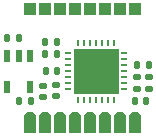
<source format=gbr>
%TF.GenerationSoftware,KiCad,Pcbnew,8.0.5-8.0.5-0~ubuntu22.04.1*%
%TF.CreationDate,2024-10-12T14:29:42+01:00*%
%TF.ProjectId,EMG_DAQ_ADS1293,454d475f-4441-4515-9f41-445331323933,1.0*%
%TF.SameCoordinates,Original*%
%TF.FileFunction,Soldermask,Top*%
%TF.FilePolarity,Negative*%
%FSLAX46Y46*%
G04 Gerber Fmt 4.6, Leading zero omitted, Abs format (unit mm)*
G04 Created by KiCad (PCBNEW 8.0.5-8.0.5-0~ubuntu22.04.1) date 2024-10-12 14:29:42*
%MOMM*%
%LPD*%
G01*
G04 APERTURE LIST*
G04 Aperture macros list*
%AMRoundRect*
0 Rectangle with rounded corners*
0 $1 Rounding radius*
0 $2 $3 $4 $5 $6 $7 $8 $9 X,Y pos of 4 corners*
0 Add a 4 corners polygon primitive as box body*
4,1,4,$2,$3,$4,$5,$6,$7,$8,$9,$2,$3,0*
0 Add four circle primitives for the rounded corners*
1,1,$1+$1,$2,$3*
1,1,$1+$1,$4,$5*
1,1,$1+$1,$6,$7*
1,1,$1+$1,$8,$9*
0 Add four rect primitives between the rounded corners*
20,1,$1+$1,$2,$3,$4,$5,0*
20,1,$1+$1,$4,$5,$6,$7,0*
20,1,$1+$1,$6,$7,$8,$9,0*
20,1,$1+$1,$8,$9,$2,$3,0*%
G04 Aperture macros list end*
%ADD10C,0.000000*%
%ADD11C,0.100000*%
%ADD12R,1.000000X1.000000*%
%ADD13RoundRect,0.140000X0.140000X0.170000X-0.140000X0.170000X-0.140000X-0.170000X0.140000X-0.170000X0*%
%ADD14RoundRect,0.140000X-0.140000X-0.170000X0.140000X-0.170000X0.140000X0.170000X-0.140000X0.170000X0*%
%ADD15RoundRect,0.140000X0.170000X-0.140000X0.170000X0.140000X-0.170000X0.140000X-0.170000X-0.140000X0*%
%ADD16R,0.250000X0.600000*%
%ADD17R,0.600000X0.250000*%
%ADD18R,0.620000X1.100000*%
%ADD19RoundRect,0.140000X-0.170000X0.140000X-0.170000X-0.140000X0.170000X-0.140000X0.170000X0.140000X0*%
G04 APERTURE END LIST*
D10*
G36*
X27214500Y-37206500D02*
G01*
X27214500Y-37956500D01*
X26214500Y-37956500D01*
X26214500Y-37206500D01*
X26464500Y-36956500D01*
X26964500Y-36956500D01*
X27214500Y-37206500D01*
G37*
G36*
X28484500Y-37206500D02*
G01*
X28484500Y-37956500D01*
X27484500Y-37956500D01*
X27484500Y-37206500D01*
X27734500Y-36956500D01*
X28234500Y-36956500D01*
X28484500Y-37206500D01*
G37*
G36*
X32294500Y-37206500D02*
G01*
X32294500Y-37956500D01*
X31294500Y-37956500D01*
X31294500Y-37206500D01*
X31544500Y-36956500D01*
X32044500Y-36956500D01*
X32294500Y-37206500D01*
G37*
G36*
X29754500Y-37206500D02*
G01*
X29754500Y-37956500D01*
X28754500Y-37956500D01*
X28754500Y-37206500D01*
X29004500Y-36956500D01*
X29504500Y-36956500D01*
X29754500Y-37206500D01*
G37*
G36*
X25944500Y-37210500D02*
G01*
X25944500Y-37960500D01*
X24944500Y-37960500D01*
X24944500Y-37210500D01*
X25194500Y-36960500D01*
X25694500Y-36960500D01*
X25944500Y-37210500D01*
G37*
G36*
X31024500Y-37206500D02*
G01*
X31024500Y-37956500D01*
X30024500Y-37956500D01*
X30024500Y-37206500D01*
X30274500Y-36956500D01*
X30774500Y-36956500D01*
X31024500Y-37206500D01*
G37*
G36*
X34834500Y-37206500D02*
G01*
X34834500Y-37956500D01*
X33834500Y-37956500D01*
X33834500Y-37206500D01*
X34084500Y-36956500D01*
X34584500Y-36956500D01*
X34834500Y-37206500D01*
G37*
G36*
X33564500Y-37206500D02*
G01*
X33564500Y-37956500D01*
X32564500Y-37956500D01*
X32564500Y-37206500D01*
X32814500Y-36956500D01*
X33314500Y-36956500D01*
X33564500Y-37206500D01*
G37*
D11*
%TO.C,U1*%
X32863500Y-35363500D02*
X29136500Y-35363500D01*
X29136500Y-31637100D01*
X32863500Y-31637100D01*
X32863500Y-35363500D01*
G36*
X32863500Y-35363500D02*
G01*
X29136500Y-35363500D01*
X29136500Y-31637100D01*
X32863500Y-31637100D01*
X32863500Y-35363500D01*
G37*
%TD*%
D12*
%TO.C,J3*%
X26714500Y-38210500D03*
%TD*%
D13*
%TO.C,C8*%
X25469500Y-36043500D03*
X24509500Y-36043500D03*
%TD*%
%TO.C,R1*%
X35269500Y-36000000D03*
X34309500Y-36000000D03*
%TD*%
D12*
%TO.C,J1*%
X27984500Y-28210500D03*
%TD*%
%TO.C,J2*%
X25444500Y-38210500D03*
%TD*%
%TO.C,J9*%
X29254500Y-28210500D03*
%TD*%
%TO.C,J15*%
X33064500Y-38210500D03*
%TD*%
%TO.C,J7*%
X34334500Y-28210500D03*
%TD*%
D14*
%TO.C,C4*%
X26720000Y-32010500D03*
X27680000Y-32010500D03*
%TD*%
D15*
%TO.C,C1*%
X27589500Y-35640500D03*
X27589500Y-34680500D03*
%TD*%
D16*
%TO.C,U1*%
X29500000Y-35900000D03*
X29999999Y-35900000D03*
X30500001Y-35900000D03*
X31000000Y-35900000D03*
X31499999Y-35900000D03*
X32000001Y-35900000D03*
X32500000Y-35900000D03*
D17*
X33400000Y-35000000D03*
X33400000Y-34500001D03*
X33400000Y-33999999D03*
X33400000Y-33500000D03*
X33400000Y-33000001D03*
X33400000Y-32499999D03*
X33400000Y-32000000D03*
D16*
X32500000Y-31100000D03*
X32000001Y-31100000D03*
X31499999Y-31100000D03*
X31000000Y-31100000D03*
X30500001Y-31100000D03*
X29999999Y-31100000D03*
X29500000Y-31100000D03*
D17*
X28600000Y-32000000D03*
X28600000Y-32499999D03*
X28600000Y-33000001D03*
X28600000Y-33500000D03*
X28600000Y-33999999D03*
X28600000Y-34500001D03*
X28600000Y-35000000D03*
%TD*%
D14*
%TO.C,C7*%
X34509500Y-33010500D03*
X35469500Y-33010500D03*
%TD*%
%TO.C,C9*%
X23509500Y-30710500D03*
X24469500Y-30710500D03*
%TD*%
D13*
%TO.C,C5*%
X27680000Y-31010500D03*
X26720000Y-31010500D03*
%TD*%
D18*
%TO.C,U2*%
X25409792Y-32200000D03*
X24459792Y-32200000D03*
X23509792Y-32200000D03*
X23509792Y-34800000D03*
X25409792Y-34800000D03*
%TD*%
D12*
%TO.C,J5*%
X29254500Y-38210500D03*
%TD*%
%TO.C,J4*%
X27984500Y-38210500D03*
%TD*%
%TO.C,J10*%
X30524500Y-28210500D03*
%TD*%
D19*
%TO.C,C2*%
X26489500Y-34730500D03*
X26489500Y-35690500D03*
%TD*%
D12*
%TO.C,J14*%
X26714500Y-28210500D03*
%TD*%
D14*
%TO.C,C3*%
X26740000Y-33510500D03*
X27700000Y-33510500D03*
%TD*%
D12*
%TO.C,J8*%
X31794500Y-38210500D03*
%TD*%
%TO.C,J12*%
X33064500Y-28210500D03*
%TD*%
D19*
%TO.C,C6*%
X34500000Y-34020000D03*
X34500000Y-34980000D03*
%TD*%
%TO.C,R2*%
X35500000Y-34020000D03*
X35500000Y-34980000D03*
%TD*%
D12*
%TO.C,J16*%
X34334500Y-38210500D03*
%TD*%
%TO.C,J6*%
X30524500Y-38210500D03*
%TD*%
%TO.C,J11*%
X31794500Y-28210500D03*
%TD*%
%TO.C,J13*%
X25444500Y-28210500D03*
%TD*%
M02*

</source>
